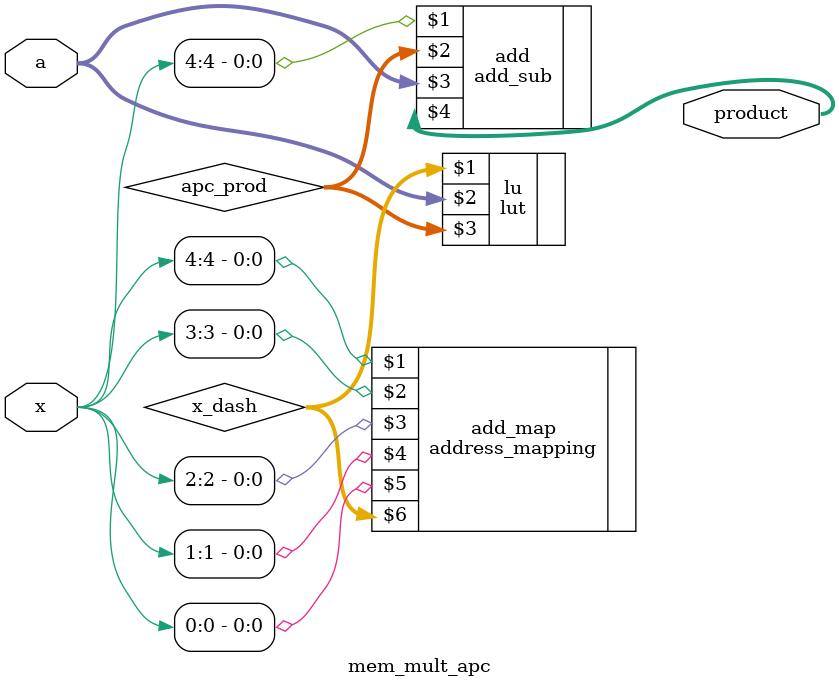
<source format=v>
module mem_mult_apc(x,a,product);
 input [4:0] x;
 input [4:0] a;
 output [9:0] product;
 wire [3:0] x_dash;
 wire [8:0] apc_prod;
 
 address_mapping add_map(x[4],x[3],x[2],x[1],x[0],x_dash);
 lut lu(x_dash,a,apc_prod);
 add_sub add(x[4],apc_prod,a,product);
 
endmodule 
</source>
